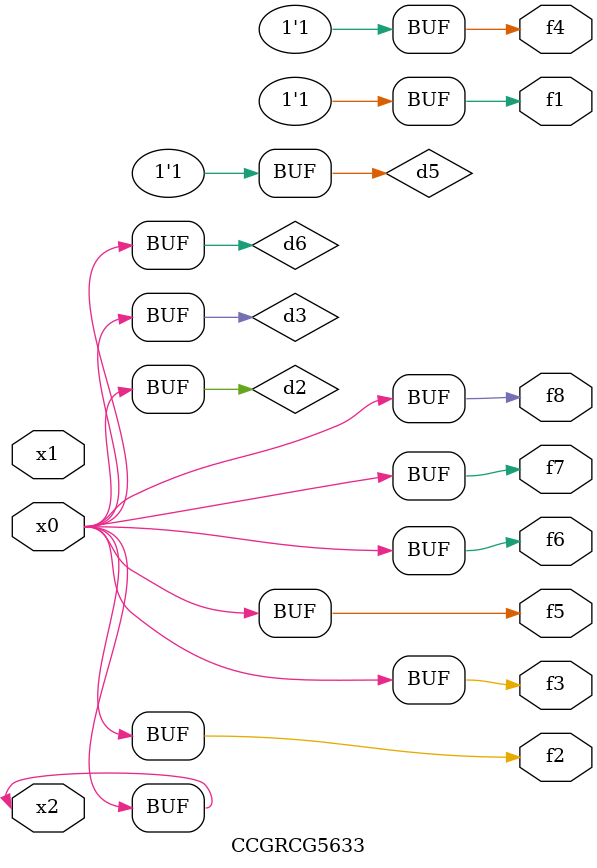
<source format=v>
module CCGRCG5633(
	input x0, x1, x2,
	output f1, f2, f3, f4, f5, f6, f7, f8
);

	wire d1, d2, d3, d4, d5, d6;

	xnor (d1, x2);
	buf (d2, x0, x2);
	and (d3, x0);
	xnor (d4, x1, x2);
	nand (d5, d1, d3);
	buf (d6, d2, d3);
	assign f1 = d5;
	assign f2 = d6;
	assign f3 = d6;
	assign f4 = d5;
	assign f5 = d6;
	assign f6 = d6;
	assign f7 = d6;
	assign f8 = d6;
endmodule

</source>
